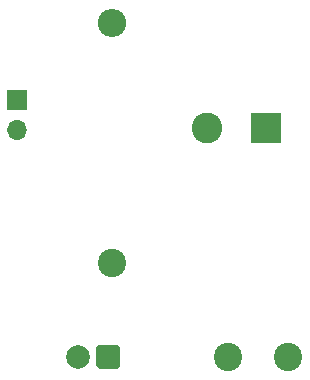
<source format=gbr>
%TF.GenerationSoftware,KiCad,Pcbnew,(5.1.9-0-10_14)*%
%TF.CreationDate,2021-03-08T12:26:29+00:00*%
%TF.ProjectId,SSR-PCB,5353522d-5043-4422-9e6b-696361645f70,rev?*%
%TF.SameCoordinates,Original*%
%TF.FileFunction,Copper,L1,Top*%
%TF.FilePolarity,Positive*%
%FSLAX46Y46*%
G04 Gerber Fmt 4.6, Leading zero omitted, Abs format (unit mm)*
G04 Created by KiCad (PCBNEW (5.1.9-0-10_14)) date 2021-03-08 12:26:29*
%MOMM*%
%LPD*%
G01*
G04 APERTURE LIST*
%TA.AperFunction,ComponentPad*%
%ADD10C,2.000000*%
%TD*%
%TA.AperFunction,ComponentPad*%
%ADD11C,2.400000*%
%TD*%
%TA.AperFunction,ComponentPad*%
%ADD12O,2.400000X2.400000*%
%TD*%
%TA.AperFunction,ComponentPad*%
%ADD13C,2.600000*%
%TD*%
%TA.AperFunction,ComponentPad*%
%ADD14R,2.600000X2.600000*%
%TD*%
%TA.AperFunction,ComponentPad*%
%ADD15O,1.700000X1.700000*%
%TD*%
%TA.AperFunction,ComponentPad*%
%ADD16R,1.700000X1.700000*%
%TD*%
G04 APERTURE END LIST*
%TO.P,SSR-Ithink1,A1*%
%TO.N,Net-(Resistor_SSR1-Pad1)*%
%TA.AperFunction,ComponentPad*%
G36*
G01*
X-154340000Y-47677000D02*
X-154340000Y-46093000D01*
G75*
G02*
X-154132000Y-45885000I208000J0D01*
G01*
X-152548000Y-45885000D01*
G75*
G02*
X-152340000Y-46093000I0J-208000D01*
G01*
X-152340000Y-47677000D01*
G75*
G02*
X-152548000Y-47885000I-208000J0D01*
G01*
X-154132000Y-47885000D01*
G75*
G02*
X-154340000Y-47677000I0J208000D01*
G01*
G37*
%TD.AperFunction*%
D10*
%TO.P,SSR-Ithink1,A2*%
%TO.N,GND*%
X-155880000Y-46885000D03*
D11*
%TO.P,SSR-Ithink1,11*%
%TO.N,Net-(J2-Pad1)*%
X-143180000Y-46885000D03*
%TO.P,SSR-Ithink1,14*%
%TO.N,Net-(J2-Pad2)*%
X-138100000Y-46885000D03*
%TD*%
D12*
%TO.P,Resistor_SSR1,2*%
%TO.N,GPIO6*%
X-153060000Y-18660000D03*
D11*
%TO.P,Resistor_SSR1,1*%
%TO.N,Net-(Resistor_SSR1-Pad1)*%
X-153060000Y-38980000D03*
%TD*%
D13*
%TO.P,J2,2*%
%TO.N,Net-(J2-Pad2)*%
X-145000000Y-27500000D03*
D14*
%TO.P,J2,1*%
%TO.N,Net-(J2-Pad1)*%
X-140000000Y-27500000D03*
%TD*%
D15*
%TO.P,J1,2*%
%TO.N,GND*%
X-161030000Y-27660000D03*
D16*
%TO.P,J1,1*%
%TO.N,GPIO6*%
X-161030000Y-25120000D03*
%TD*%
M02*

</source>
